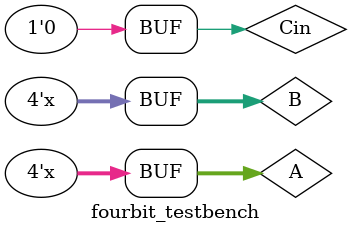
<source format=v>
`timescale 1ns / 1ps


module fourbit_testbench(

    );
    reg Cin;
    reg [3:0] A, B; 
    wire Cout;
    wire [3:0] S;
    wire V;
    
    four_full_adder ffa(.Cin(Cin), .A(A), .B(B), .Cout(Cout), .S(S), .V(V));
    
    initial
    begin
    Cin = 0;
    A = 0;
    B = 0;
    end
    
    always begin
    #10 {A,B} = {A,B} + 1'b1;
    end
endmodule

</source>
